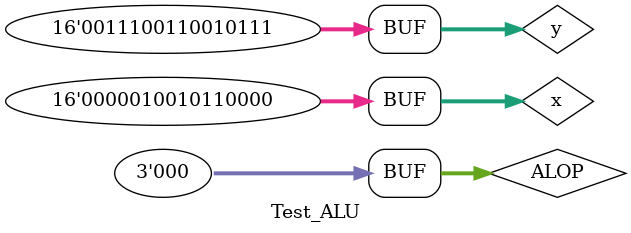
<source format=v>
`timescale 1ns / 1ps

module Test_ALU;

	// Operation codes
	parameter ADD  = 1;
	parameter NEGY = 2;
	parameter OR   = 3;
	parameter NOTY = 4;
	parameter CPX =  5;
	parameter INX =  6;
	parameter DCX =  7;
	parameter CPY =  0;
	// Flag codes
	parameter SF = 0;//2'b00 // Sign flag
	parameter CF = 1;//2'b01 // Carry flag
	parameter ZF = 2;//2'b10 // Zero flag
	parameter OF = 3;//2'b11 // Overflow flag
	// Inputs
	reg [15:0] x;
	reg [15:0] y;
	reg [2:0] ALOP;
	// Outputs
	wire [3:0] Flags;
	wire [15:0] z;

	// Instantiate the Unit Under Test (UUT)
	ALU uut (
		.x(x), 
		.y(y), 
		.ALOP(ALOP), 
		.Flags(Flags), 
		.z(z)
	);

	initial begin
		// Initialize Inputs
		y = 16'b0011100110010111;
		x = 16'b0000010010110000;
		ALOP = ADD; #40;
		ALOP = NEGY; #40;
		ALOP = OR; #40;
		ALOP = NOTY; #40;		
		ALOP = CPX; #40;
		ALOP = INX; #40;
		ALOP = DCX; #40;
		ALOP = CPY; #40;
		// Wait 100 ns for global reset to finish
		#100;
		// Add stimulus here
	end
endmodule


</source>
